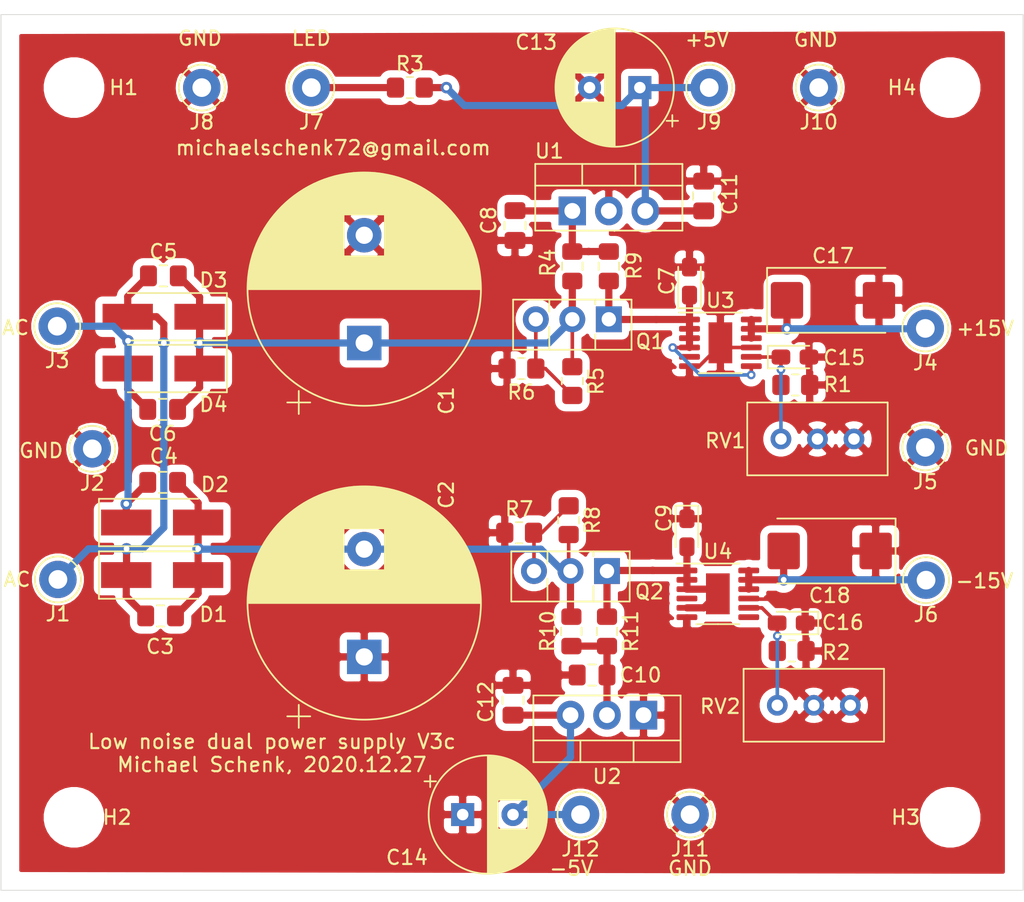
<source format=kicad_pcb>
(kicad_pcb (version 20171130) (host pcbnew "(5.1.8-0-10_14)")
  (layers (0 F.Cu signal) (31 B.Cu signal) (34 B.Paste user) (35 F.Paste user) (36 B.SilkS user) (37 F.SilkS user) (38 B.Mask user) (39 F.Mask user) (44 Edge.Cuts user))
  (net 0 "")
  (net 1 GND)
  (net 2 "Net-(C1-Pad1)")
  (net 3 "Net-(C4-Pad2)")
  (net 4 "Net-(Q1-Pad3)")
  (net 5 "Net-(Q2-Pad3)")
  (net 6 "Net-(C10-Pad2)")
  (net 7 "Net-(C11-Pad1)")
  (net 8 "Net-(C12-Pad2)")
  (net 9 "Net-(J7-Pad1)")
  (net 10 "Net-(C8-Pad1)")
  (net 11 "Net-(C2-Pad2)")
  (net 12 "Net-(C7-Pad1)")
  (net 13 "Net-(C9-Pad2)")
  (net 14 "Net-(C15-Pad1)")
  (net 15 "Net-(C16-Pad2)")
  (net 16 "Net-(C17-Pad1)")
  (net 17 "Net-(C18-Pad2)")
  (net 18 "Net-(C3-Pad1)")
  (module Capacitor_Tantalum_SMD:CP_EIA-7343-31_Kemet-D_Pad2.25x2.55mm_HandSolder (layer F.Cu) (at 137.6676 65.278 180)
    (fp_text reference C18 (at 0 -3.1) (layer F.SilkS))
    (fp_text value 47uF)
    (pad 2 smd roundrect (at 3.2 0 180) (size 2.25 2.55) (layers F.Cu F.Paste F.Mask) (roundrect_rratio 0.111111) (net 17 "Net-(C18-Pad2)"))
    (pad 1 smd roundrect (at -3.2 0 180) (size 2.25 2.55) (layers F.Cu F.Paste F.Mask) (roundrect_rratio 0.111111) (net 1 GND))
  )
  (module Capacitor_Tantalum_SMD:CP_EIA-7343-31_Kemet-D_Pad2.25x2.55mm_HandSolder (layer F.Cu) (at 137.8962 47.8282)
    (fp_text reference C17 (at 0 -3.1) (layer F.SilkS))
    (fp_text value 47uF)
    (pad 2 smd roundrect (at 3.2 0) (size 2.25 2.55) (layers F.Cu F.Paste F.Mask) (roundrect_rratio 0.111111) (net 1 GND))
    (pad 1 smd roundrect (at -3.2 0) (size 2.25 2.55) (layers F.Cu F.Paste F.Mask) (roundrect_rratio 0.111111) (net 16 "Net-(C17-Pad1)"))
  )
  (module Package_TO_SOT_THT:TO-220-3_Vertical (layer F.Cu) (at 124.714 76.708 180)
    (fp_text reference U2 (at 2.54 -4.27) (layer F.SilkS))
    (fp_text value LM7905_TO220)
    (pad 3 thru_hole oval (at 5.08 0 180) (size 1.905 2) (drill 1.1) (layers *.Cu *.Mask) (net 8 "Net-(C12-Pad2)"))
    (pad 2 thru_hole oval (at 2.54 0 180) (size 1.905 2) (drill 1.1) (layers *.Cu *.Mask) (net 6 "Net-(C10-Pad2)"))
    (pad 1 thru_hole rect (at 0 0 180) (size 1.905 2) (drill 1.1) (layers *.Cu *.Mask) (net 1 GND))
  )
  (module Package_TO_SOT_THT:TO-220-3_Vertical (layer F.Cu) (at 119.761 41.6052)
    (fp_text reference U1 (at -1.6002 -4.1656) (layer F.SilkS))
    (fp_text value LM7805_TO220)
    (pad 3 thru_hole oval (at 5.08 0) (size 1.905 2) (drill 1.1) (layers *.Cu *.Mask) (net 7 "Net-(C11-Pad1)"))
    (pad 2 thru_hole oval (at 2.54 0) (size 1.905 2) (drill 1.1) (layers *.Cu *.Mask) (net 1 GND))
    (pad 1 thru_hole rect (at 0 0) (size 1.905 2) (drill 1.1) (layers *.Cu *.Mask) (net 10 "Net-(C8-Pad1)"))
  )
  (module Diode_SMD:D_SMA_Handsoldering (layer F.Cu) (at 91.3276 52.578 180)
    (fp_text reference D4 (at -3.4652 -2.5) (layer F.SilkS))
    (fp_text value BYG20D)
    (pad 2 smd rect (at 2.5 0 180) (size 3.5 1.8) (layers F.Cu F.Paste F.Mask) (net 3 "Net-(C4-Pad2)"))
    (pad 1 smd rect (at -2.5 0 180) (size 3.5 1.8) (layers F.Cu F.Paste F.Mask) (net 2 "Net-(C1-Pad1)"))
  )
  (module Diode_SMD:D_SMA_Handsoldering (layer F.Cu) (at 91.3276 48.9712 180)
    (fp_text reference D3 (at -3.4652 2.54) (layer F.SilkS))
    (fp_text value BYG20D)
    (pad 2 smd rect (at 2.5 0 180) (size 3.5 1.8) (layers F.Cu F.Paste F.Mask) (net 18 "Net-(C3-Pad1)"))
    (pad 1 smd rect (at -2.5 0 180) (size 3.5 1.8) (layers F.Cu F.Paste F.Mask) (net 2 "Net-(C1-Pad1)"))
  )
  (module Diode_SMD:D_SMA_Handsoldering (layer F.Cu) (at 91.226 63.2968)
    (fp_text reference D2 (at 3.6684 -2.6416) (layer F.SilkS))
    (fp_text value BYG20D)
    (pad 2 smd rect (at 2.5 0) (size 3.5 1.8) (layers F.Cu F.Paste F.Mask) (net 11 "Net-(C2-Pad2)"))
    (pad 1 smd rect (at -2.5 0) (size 3.5 1.8) (layers F.Cu F.Paste F.Mask) (net 3 "Net-(C4-Pad2)"))
  )
  (module Diode_SMD:D_SMA_Handsoldering (layer F.Cu) (at 91.226 66.9544)
    (fp_text reference D1 (at 3.5668 2.7432) (layer F.SilkS))
    (fp_text value BYG20D)
    (pad 2 smd rect (at 2.5 0) (size 3.5 1.8) (layers F.Cu F.Paste F.Mask) (net 11 "Net-(C2-Pad2)"))
    (pad 1 smd rect (at -2.5 0) (size 3.5 1.8) (layers F.Cu F.Paste F.Mask) (net 18 "Net-(C3-Pad1)"))
  )
  (module Capacitor_Tantalum_SMD:CP_EIA-2012-12_Kemet-R_Pad1.30x1.05mm_HandSolder (layer F.Cu) (at 134.9854 70.2945 180)
    (fp_text reference C16 (at -3.597 0.0381) (layer F.SilkS))
    (fp_text value 4.7uF)
    (pad 2 smd roundrect (at 0.975 0 180) (size 1.3 1.05) (layers F.Cu F.Paste F.Mask) (roundrect_rratio 0.238095) (net 15 "Net-(C16-Pad2)"))
    (pad 1 smd roundrect (at -0.975 0 180) (size 1.3 1.05) (layers F.Cu F.Paste F.Mask) (roundrect_rratio 0.238095) (net 1 GND))
  )
  (module Capacitor_Tantalum_SMD:CP_EIA-2012-12_Kemet-R_Pad1.30x1.05mm_HandSolder (layer F.Cu) (at 135.2521 51.7779)
    (fp_text reference C15 (at 3.4319 0.0381) (layer F.SilkS))
    (fp_text value 4.7uF)
    (pad 2 smd roundrect (at 0.975 0) (size 1.3 1.05) (layers F.Cu F.Paste F.Mask) (roundrect_rratio 0.238095) (net 1 GND))
    (pad 1 smd roundrect (at -0.975 0) (size 1.3 1.05) (layers F.Cu F.Paste F.Mask) (roundrect_rratio 0.238095) (net 14 "Net-(C15-Pad1)"))
  )
  (module Capacitor_Tantalum_SMD:CP_EIA-2012-12_Kemet-R_Pad1.30x1.05mm_HandSolder (layer F.Cu) (at 127.7366 64.008 270)
    (fp_text reference C9 (at -1.016 1.6002 90) (layer F.SilkS))
    (fp_text value 4.7uF)
    (pad 2 smd roundrect (at 0.975 0 270) (size 1.3 1.05) (layers F.Cu F.Paste F.Mask) (roundrect_rratio 0.238095) (net 13 "Net-(C9-Pad2)"))
    (pad 1 smd roundrect (at -0.975 0 270) (size 1.3 1.05) (layers F.Cu F.Paste F.Mask) (roundrect_rratio 0.238095) (net 1 GND))
  )
  (module Capacitor_Tantalum_SMD:CP_EIA-2012-12_Kemet-R_Pad1.30x1.05mm_HandSolder (layer F.Cu) (at 127.9144 46.4918 90)
    (fp_text reference C7 (at 0 -1.58 90) (layer F.SilkS))
    (fp_text value 4.7uF)
    (pad 2 smd roundrect (at 0.975 0 90) (size 1.3 1.05) (layers F.Cu F.Paste F.Mask) (roundrect_rratio 0.238095) (net 1 GND))
    (pad 1 smd roundrect (at -0.975 0 90) (size 1.3 1.05) (layers F.Cu F.Paste F.Mask) (roundrect_rratio 0.238095) (net 12 "Net-(C7-Pad1)"))
  )
  (module Capacitor_SMD:C_0805_2012Metric_Pad1.18x1.45mm_HandSolder (layer F.Cu) (at 91.2583 55.4228 180)
    (fp_text reference C6 (at 0 -1.68) (layer F.SilkS))
    (fp_text value 10nF)
    (pad 2 smd roundrect (at 1.0375 0 180) (size 1.175 1.45) (layers F.Cu F.Paste F.Mask) (roundrect_rratio 0.212766) (net 3 "Net-(C4-Pad2)"))
    (pad 1 smd roundrect (at -1.0375 0 180) (size 1.175 1.45) (layers F.Cu F.Paste F.Mask) (roundrect_rratio 0.212766) (net 2 "Net-(C1-Pad1)"))
  )
  (module Capacitor_SMD:C_0805_2012Metric_Pad1.18x1.45mm_HandSolder (layer F.Cu) (at 91.3091 46.1264)
    (fp_text reference C5 (at 0 -1.68) (layer F.SilkS))
    (fp_text value 10nF)
    (pad 2 smd roundrect (at 1.0375 0) (size 1.175 1.45) (layers F.Cu F.Paste F.Mask) (roundrect_rratio 0.212766) (net 2 "Net-(C1-Pad1)"))
    (pad 1 smd roundrect (at -1.0375 0) (size 1.175 1.45) (layers F.Cu F.Paste F.Mask) (roundrect_rratio 0.212766) (net 18 "Net-(C3-Pad1)"))
  )
  (module Capacitor_SMD:C_0805_2012Metric_Pad1.18x1.45mm_HandSolder (layer F.Cu) (at 91.2583 60.5028 180)
    (fp_text reference C4 (at -0.0801 1.8288) (layer F.SilkS))
    (fp_text value 10nF)
    (pad 2 smd roundrect (at 1.0375 0 180) (size 1.175 1.45) (layers F.Cu F.Paste F.Mask) (roundrect_rratio 0.212766) (net 3 "Net-(C4-Pad2)"))
    (pad 1 smd roundrect (at -1.0375 0 180) (size 1.175 1.45) (layers F.Cu F.Paste F.Mask) (roundrect_rratio 0.212766) (net 11 "Net-(C2-Pad2)"))
  )
  (module Capacitor_SMD:C_0805_2012Metric_Pad1.18x1.45mm_HandSolder (layer F.Cu) (at 91.1137 69.7992)
    (fp_text reference C3 (at -0.0293 2.1336) (layer F.SilkS))
    (fp_text value 10nF)
    (pad 2 smd roundrect (at 1.0375 0) (size 1.175 1.45) (layers F.Cu F.Paste F.Mask) (roundrect_rratio 0.212766) (net 11 "Net-(C2-Pad2)"))
    (pad 1 smd roundrect (at -1.0375 0) (size 1.175 1.45) (layers F.Cu F.Paste F.Mask) (roundrect_rratio 0.212766) (net 18 "Net-(C3-Pad1)"))
  )
  (module Package_SO:MSOP-12-1EP_3x4mm_P0.65mm_EP1.65x2.85mm (layer F.Cu) (at 129.8866 68.2619)
    (fp_text reference U4 (at 0 -2.95) (layer F.SilkS))
    (fp_text value LT3094xMSE)
    (pad 13 smd rect (at 0 0) (size 1.65 2.85) (layers F.Cu F.Mask) (net 13 "Net-(C9-Pad2)"))
    (pad 12 smd roundrect (at 2.15 -1.625) (size 1.45 0.4) (layers F.Cu F.Paste F.Mask) (net 17 "Net-(C18-Pad2)"))
    (pad 11 smd roundrect (at 2.15 -0.975) (size 1.45 0.4) (layers F.Cu F.Paste F.Mask) (net 17 "Net-(C18-Pad2)"))
    (pad 10 smd roundrect (at 2.15 -0.325) (size 1.45 0.4) (layers F.Cu F.Paste F.Mask) (net 17 "Net-(C18-Pad2)"))
    (pad 9 smd roundrect (at 2.15 0.325) (size 1.45 0.4) (layers F.Cu F.Paste F.Mask) (net 1 GND))
    (pad 8 smd roundrect (at 2.15 0.975) (size 1.45 0.4) (layers F.Cu F.Paste F.Mask) (net 15 "Net-(C16-Pad2)"))
    (pad 7 smd roundrect (at 2.15 1.625) (size 1.45 0.4) (layers F.Cu F.Paste F.Mask))
    (pad 6 smd roundrect (at -2.15 1.625) (size 1.45 0.4) (layers F.Cu F.Paste F.Mask) (net 1 GND))
    (pad 5 smd roundrect (at -2.15 0.975) (size 1.45 0.4) (layers F.Cu F.Paste F.Mask) (net 13 "Net-(C9-Pad2)"))
    (pad 4 smd roundrect (at -2.15 0.325) (size 1.45 0.4) (layers F.Cu F.Paste F.Mask))
    (pad 3 smd roundrect (at -2.15 -0.325) (size 1.45 0.4) (layers F.Cu F.Paste F.Mask) (net 13 "Net-(C9-Pad2)"))
    (pad 2 smd roundrect (at -2.15 -0.975) (size 1.45 0.4) (layers F.Cu F.Paste F.Mask) (net 13 "Net-(C9-Pad2)"))
    (pad 1 smd roundrect (at -2.15 -1.625) (size 1.45 0.4) (layers F.Cu F.Paste F.Mask) (net 13 "Net-(C9-Pad2)"))
  )
  (module Capacitor_THT:CP_Radial_D8.0mm_P3.50mm (layer F.Cu) (at 124.46 33.02 180)
    (fp_text reference C13 (at 7.2136 3.1496) (layer F.SilkS))
    (fp_text value 100uF)
    (pad 2 thru_hole circle (at 3.5 0 180) (size 1.6 1.6) (drill 0.8) (layers *.Cu *.Mask) (net 1 GND))
    (pad 1 thru_hole rect (at 0 0 180) (size 1.6 1.6) (drill 0.8) (layers *.Cu *.Mask) (net 7 "Net-(C11-Pad1)"))
  )
  (module Resistor_SMD:R_0805_2012Metric_Pad1.15x1.40mm_HandSolder (layer F.Cu) (at 122.174 70.875 270)
    (fp_text reference R11 (at 0 -1.65 90) (layer F.SilkS))
    (fp_text value 0R)
    (pad 2 smd roundrect (at 1.025 0 270) (size 1.15 1.4) (layers F.Cu F.Paste F.Mask) (roundrect_rratio 0.2173904347826087) (net 6 "Net-(C10-Pad2)"))
    (pad 1 smd roundrect (at -1.025 0 270) (size 1.15 1.4) (layers F.Cu F.Paste F.Mask) (roundrect_rratio 0.2173904347826087) (net 13 "Net-(C9-Pad2)"))
  )
  (module Resistor_SMD:R_0805_2012Metric_Pad1.15x1.40mm_HandSolder (layer F.Cu) (at 119.6975 70.875 270)
    (fp_text reference R10 (at -0.009 1.6383 90) (layer F.SilkS))
    (fp_text value 0R)
    (pad 2 smd roundrect (at 1.025 0 270) (size 1.15 1.4) (layers F.Cu F.Paste F.Mask) (roundrect_rratio 0.2173904347826087) (net 6 "Net-(C10-Pad2)"))
    (pad 1 smd roundrect (at -1.025 0 270) (size 1.15 1.4) (layers F.Cu F.Paste F.Mask) (roundrect_rratio 0.2173904347826087) (net 11 "Net-(C2-Pad2)"))
  )
  (module Resistor_SMD:R_0805_2012Metric_Pad1.15x1.40mm_HandSolder (layer F.Cu) (at 122.301 45.457 270)
    (fp_text reference R9 (at -0.0418 -1.7526 90) (layer F.SilkS))
    (fp_text value 0R)
    (pad 2 smd roundrect (at 1.025 0 270) (size 1.15 1.4) (layers F.Cu F.Paste F.Mask) (roundrect_rratio 0.2173904347826087) (net 12 "Net-(C7-Pad1)"))
    (pad 1 smd roundrect (at -1.025 0 270) (size 1.15 1.4) (layers F.Cu F.Paste F.Mask) (roundrect_rratio 0.2173904347826087) (net 10 "Net-(C8-Pad1)"))
  )
  (module Resistor_SMD:R_0805_2012Metric_Pad1.15x1.40mm_HandSolder (layer F.Cu) (at 119.761 45.457 270)
    (fp_text reference R4 (at -0.245 1.7018 90) (layer F.SilkS))
    (fp_text value 0R)
    (pad 2 smd roundrect (at 1.025 0 270) (size 1.15 1.4) (layers F.Cu F.Paste F.Mask) (roundrect_rratio 0.2173904347826087) (net 2 "Net-(C1-Pad1)"))
    (pad 1 smd roundrect (at -1.025 0 270) (size 1.15 1.4) (layers F.Cu F.Paste F.Mask) (roundrect_rratio 0.2173904347826087) (net 10 "Net-(C8-Pad1)"))
  )
  (module Capacitor_THT:CP_Radial_D8.0mm_P3.50mm (layer F.Cu) (at 112.1335 83.6295)
    (fp_text reference C14 (at -3.8787 2.9845) (layer F.SilkS))
    (fp_text value 100uF)
    (pad 2 thru_hole circle (at 3.5 0) (size 1.6 1.6) (drill 0.8) (layers *.Cu *.Mask) (net 8 "Net-(C12-Pad2)"))
    (pad 1 thru_hole rect (at 0 0) (size 1.6 1.6) (drill 0.8) (layers *.Cu *.Mask) (net 1 GND))
  )
  (module Capacitor_THT:CP_Radial_D16.0mm_P7.50mm (layer F.Cu) (at 105.283 72.651 90)
    (fp_text reference C2 (at 11.2846 5.715 90) (layer F.SilkS))
    (fp_text value 2200uF)
    (pad 2 thru_hole circle (at 7.5 0 90) (size 2.4 2.4) (drill 1.2) (layers *.Cu *.Mask) (net 11 "Net-(C2-Pad2)"))
    (pad 1 thru_hole rect (at 0 0 90) (size 2.4 2.4) (drill 1.2) (layers *.Cu *.Mask) (net 1 GND))
  )
  (module Capacitor_THT:CP_Radial_D16.0mm_P7.50mm (layer F.Cu) (at 105.283 50.8 90)
    (fp_text reference C1 (at -4.0132 5.715 90) (layer F.SilkS))
    (fp_text value 2200uF)
    (pad 2 thru_hole circle (at 7.5 0 90) (size 2.4 2.4) (drill 1.2) (layers *.Cu *.Mask) (net 1 GND))
    (pad 1 thru_hole rect (at 0 0 90) (size 2.4 2.4) (drill 1.2) (layers *.Cu *.Mask) (net 2 "Net-(C1-Pad1)"))
  )
  (module Resistor_SMD:R_0805_2012Metric_Pad1.20x1.40mm_HandSolder (layer F.Cu) (at 116.221 52.578 180)
    (fp_text reference R6 (at 0 -1.65) (layer F.SilkS))
    (fp_text value 21k)
    (pad 2 smd roundrect (at 1 0 180) (size 1.2 1.4) (layers F.Cu F.Paste F.Mask) (roundrect_rratio 0.2083325) (net 1 GND))
    (pad 1 smd roundrect (at -1 0 180) (size 1.2 1.4) (layers F.Cu F.Paste F.Mask) (roundrect_rratio 0.2083325) (net 4 "Net-(Q1-Pad3)"))
  )
  (module Resistor_SMD:R_0805_2012Metric_Pad1.20x1.40mm_HandSolder (layer F.Cu) (at 108.458 33.02)
    (fp_text reference R3 (at 0 -1.65) (layer F.SilkS))
    (fp_text value 240R)
    (pad 2 smd roundrect (at 1 0) (size 1.2 1.4) (layers F.Cu F.Paste F.Mask) (roundrect_rratio 0.2083325) (net 7 "Net-(C11-Pad1)"))
    (pad 1 smd roundrect (at -1 0) (size 1.2 1.4) (layers F.Cu F.Paste F.Mask) (roundrect_rratio 0.2083325) (net 9 "Net-(J7-Pad1)"))
  )
  (module Connector_Pin:Pin_D1.3mm_L11.0mm (layer F.Cu) (at 120.3325 83.6295)
    (fp_text reference J12 (at 0 2.4) (layer F.SilkS))
    (fp_text value -5V)
    (pad 1 thru_hole circle (at 0 0) (size 2.6 2.6) (drill 1.3) (layers *.Cu *.Mask) (net 8 "Net-(C12-Pad2)"))
  )
  (module Connector_Pin:Pin_D1.3mm_L11.0mm (layer F.Cu) (at 127.9525 83.6295)
    (fp_text reference J11 (at 0 2.4) (layer F.SilkS))
    (fp_text value GND)
    (pad 1 thru_hole circle (at 0 0) (size 2.6 2.6) (drill 1.3) (layers *.Cu *.Mask) (net 1 GND))
  )
  (module Connector_Pin:Pin_D1.3mm_L11.0mm (layer F.Cu) (at 136.906 33.02)
    (fp_text reference J10 (at 0 2.4) (layer F.SilkS))
    (fp_text value GND)
    (pad 1 thru_hole circle (at 0 0) (size 2.6 2.6) (drill 1.3) (layers *.Cu *.Mask) (net 1 GND))
  )
  (module Connector_Pin:Pin_D1.3mm_L11.0mm (layer F.Cu) (at 129.286 33.02)
    (fp_text reference J9 (at 0 2.4) (layer F.SilkS))
    (fp_text value +5V)
    (pad 1 thru_hole circle (at 0 0) (size 2.6 2.6) (drill 1.3) (layers *.Cu *.Mask) (net 7 "Net-(C11-Pad1)"))
  )
  (module Connector_Pin:Pin_D1.3mm_L11.0mm (layer F.Cu) (at 93.98 33.02)
    (fp_text reference J8 (at 0 2.4) (layer F.SilkS))
    (fp_text value GND)
    (pad 1 thru_hole circle (at 0 0) (size 2.6 2.6) (drill 1.3) (layers *.Cu *.Mask) (net 1 GND))
  )
  (module Connector_Pin:Pin_D1.3mm_L11.0mm (layer F.Cu) (at 101.6 33.02)
    (fp_text reference J7 (at 0 2.4) (layer F.SilkS))
    (fp_text value LED)
    (pad 1 thru_hole circle (at 0 0) (size 2.6 2.6) (drill 1.3) (layers *.Cu *.Mask) (net 9 "Net-(J7-Pad1)"))
  )
  (module Capacitor_SMD:C_0805_2012Metric_Pad1.18x1.45mm_HandSolder (layer F.Cu) (at 115.6335 75.6705 270)
    (fp_text reference C12 (at 0.1231 1.8923 90) (layer F.SilkS))
    (fp_text value 100nF)
    (pad 2 smd roundrect (at 1.0375 0 270) (size 1.175 1.45) (layers F.Cu F.Paste F.Mask) (roundrect_rratio 0.2127659574468085) (net 8 "Net-(C12-Pad2)"))
    (pad 1 smd roundrect (at -1.0375 0 270) (size 1.175 1.45) (layers F.Cu F.Paste F.Mask) (roundrect_rratio 0.2127659574468085) (net 1 GND))
  )
  (module Capacitor_SMD:C_0805_2012Metric_Pad1.18x1.45mm_HandSolder (layer F.Cu) (at 128.905 40.5677 90)
    (fp_text reference C11 (at 0.1309 1.8034 90) (layer F.SilkS))
    (fp_text value 100nF)
    (pad 2 smd roundrect (at 1.0375 0 90) (size 1.175 1.45) (layers F.Cu F.Paste F.Mask) (roundrect_rratio 0.2127659574468085) (net 1 GND))
    (pad 1 smd roundrect (at -1.0375 0 90) (size 1.175 1.45) (layers F.Cu F.Paste F.Mask) (roundrect_rratio 0.2127659574468085) (net 7 "Net-(C11-Pad1)"))
  )
  (module Capacitor_SMD:C_0805_2012Metric_Pad1.18x1.45mm_HandSolder (layer F.Cu) (at 121.1365 73.914)
    (fp_text reference C10 (at 3.3743 0) (layer F.SilkS))
    (fp_text value 330nF)
    (pad 2 smd roundrect (at 1.0375 0) (size 1.175 1.45) (layers F.Cu F.Paste F.Mask) (roundrect_rratio 0.2127659574468085) (net 6 "Net-(C10-Pad2)"))
    (pad 1 smd roundrect (at -1.0375 0) (size 1.175 1.45) (layers F.Cu F.Paste F.Mask) (roundrect_rratio 0.2127659574468085) (net 1 GND))
  )
  (module Capacitor_SMD:C_0805_2012Metric_Pad1.18x1.45mm_HandSolder (layer F.Cu) (at 115.7732 42.6212 270)
    (fp_text reference C8 (at -0.3556 1.8288 90) (layer F.SilkS))
    (fp_text value 330nF)
    (pad 2 smd roundrect (at 1.0375 0 270) (size 1.175 1.45) (layers F.Cu F.Paste F.Mask) (roundrect_rratio 0.2127659574468085) (net 1 GND))
    (pad 1 smd roundrect (at -1.0375 0 270) (size 1.175 1.45) (layers F.Cu F.Paste F.Mask) (roundrect_rratio 0.2127659574468085) (net 10 "Net-(C8-Pad1)"))
  )
  (module Potentiometer_THT:Potentiometer_Bourns_3296W_Vertical (layer F.Cu) (at 134.0231 76.0222 180)
    (fp_text reference RV2 (at 3.9751 -0.0762) (layer F.SilkS))
    (fp_text value 200k)
    (pad 3 thru_hole circle (at -5.08 0 180) (size 1.44 1.44) (drill 0.8) (layers *.Cu *.Mask) (net 1 GND))
    (pad 2 thru_hole circle (at -2.54 0 180) (size 1.44 1.44) (drill 0.8) (layers *.Cu *.Mask) (net 1 GND))
    (pad 1 thru_hole circle (at 0 0 180) (size 1.44 1.44) (drill 0.8) (layers *.Cu *.Mask) (net 15 "Net-(C16-Pad2)"))
  )
  (module Resistor_SMD:R_0805_2012Metric_Pad1.20x1.40mm_HandSolder (layer F.Cu) (at 135.0231 72.2376 180)
    (fp_text reference R2 (at -3.1021 -0.1016) (layer F.SilkS))
    (fp_text value 150k)
    (pad 2 smd roundrect (at 1 0 180) (size 1.2 1.4) (layers F.Cu F.Paste F.Mask) (roundrect_rratio 0.2083325) (net 15 "Net-(C16-Pad2)"))
    (pad 1 smd roundrect (at -1 0 180) (size 1.2 1.4) (layers F.Cu F.Paste F.Mask) (roundrect_rratio 0.2083325) (net 1 GND))
  )
  (module Package_SO:MSOP-12-1EP_3x4mm_P0.65mm_EP1.65x2.85mm (layer F.Cu) (at 130.0644 50.7879)
    (fp_text reference U3 (at 0 -2.95) (layer F.SilkS))
    (fp_text value LT3045xMSE)
    (pad 13 smd rect (at 0 0) (size 1.65 2.85) (layers F.Cu F.Mask) (net 1 GND))
    (pad 12 smd roundrect (at 2.15 -1.625) (size 1.45 0.4) (layers F.Cu F.Paste F.Mask) (net 16 "Net-(C17-Pad1)"))
    (pad 11 smd roundrect (at 2.15 -0.975) (size 1.45 0.4) (layers F.Cu F.Paste F.Mask) (net 16 "Net-(C17-Pad1)"))
    (pad 10 smd roundrect (at 2.15 -0.325) (size 1.45 0.4) (layers F.Cu F.Paste F.Mask) (net 16 "Net-(C17-Pad1)"))
    (pad 9 smd roundrect (at 2.15 0.325) (size 1.45 0.4) (layers F.Cu F.Paste F.Mask) (net 1 GND))
    (pad 8 smd roundrect (at 2.15 0.975) (size 1.45 0.4) (layers F.Cu F.Paste F.Mask) (net 14 "Net-(C15-Pad1)"))
    (pad 7 smd roundrect (at 2.15 1.625) (size 1.45 0.4) (layers F.Cu F.Paste F.Mask) (net 12 "Net-(C7-Pad1)"))
    (pad 6 smd roundrect (at -2.15 1.625) (size 1.45 0.4) (layers F.Cu F.Paste F.Mask) (net 1 GND))
    (pad 5 smd roundrect (at -2.15 0.975) (size 1.45 0.4) (layers F.Cu F.Paste F.Mask))
    (pad 4 smd roundrect (at -2.15 0.325) (size 1.45 0.4) (layers F.Cu F.Paste F.Mask) (net 12 "Net-(C7-Pad1)"))
    (pad 3 smd roundrect (at -2.15 -0.325) (size 1.45 0.4) (layers F.Cu F.Paste F.Mask) (net 12 "Net-(C7-Pad1)"))
    (pad 2 smd roundrect (at -2.15 -0.975) (size 1.45 0.4) (layers F.Cu F.Paste F.Mask) (net 12 "Net-(C7-Pad1)"))
    (pad 1 smd roundrect (at -2.15 -1.625) (size 1.45 0.4) (layers F.Cu F.Paste F.Mask) (net 12 "Net-(C7-Pad1)"))
  )
  (module Resistor_SMD:R_0805_2012Metric_Pad1.20x1.40mm_HandSolder (layer F.Cu) (at 119.507 63.135 270)
    (fp_text reference R8 (at 0 -1.65 90) (layer F.SilkS))
    (fp_text value 3.16k)
    (pad 2 smd roundrect (at 1 0 270) (size 1.2 1.4) (layers F.Cu F.Paste F.Mask) (roundrect_rratio 0.2083325) (net 11 "Net-(C2-Pad2)"))
    (pad 1 smd roundrect (at -1 0 270) (size 1.2 1.4) (layers F.Cu F.Paste F.Mask) (roundrect_rratio 0.2083325) (net 5 "Net-(Q2-Pad3)"))
  )
  (module Resistor_SMD:R_0805_2012Metric_Pad1.20x1.40mm_HandSolder (layer F.Cu) (at 116.062 64.008)
    (fp_text reference R7 (at 0 -1.65) (layer F.SilkS))
    (fp_text value 21k)
    (pad 2 smd roundrect (at 1 0) (size 1.2 1.4) (layers F.Cu F.Paste F.Mask) (roundrect_rratio 0.2083325) (net 5 "Net-(Q2-Pad3)"))
    (pad 1 smd roundrect (at -1 0) (size 1.2 1.4) (layers F.Cu F.Paste F.Mask) (roundrect_rratio 0.2083325) (net 1 GND))
  )
  (module Resistor_SMD:R_0805_2012Metric_Pad1.20x1.40mm_HandSolder (layer F.Cu) (at 119.761 53.451 270)
    (fp_text reference R5 (at 0 -1.65 90) (layer F.SilkS))
    (fp_text value 3.16k)
    (pad 2 smd roundrect (at 1 0 270) (size 1.2 1.4) (layers F.Cu F.Paste F.Mask) (roundrect_rratio 0.2083325) (net 4 "Net-(Q1-Pad3)"))
    (pad 1 smd roundrect (at -1 0 270) (size 1.2 1.4) (layers F.Cu F.Paste F.Mask) (roundrect_rratio 0.2083325) (net 2 "Net-(C1-Pad1)"))
  )
  (module Package_TO_SOT_THT:TO-126-3_Vertical (layer F.Cu) (at 122.174 66.675 180)
    (fp_text reference Q2 (at -2.9464 -1.4478) (layer F.SilkS))
    (fp_text value BD680)
    (pad 3 thru_hole oval (at 5.08 0 180) (size 1.8 1.8) (drill 1) (layers *.Cu *.Mask) (net 5 "Net-(Q2-Pad3)"))
    (pad 2 thru_hole oval (at 2.54 0 180) (size 1.8 1.8) (drill 1) (layers *.Cu *.Mask) (net 11 "Net-(C2-Pad2)"))
    (pad 1 thru_hole rect (at 0 0 180) (size 1.8 1.8) (drill 1) (layers *.Cu *.Mask) (net 13 "Net-(C9-Pad2)"))
  )
  (module Package_TO_SOT_THT:TO-126-3_Vertical (layer F.Cu) (at 122.301 49.149 180)
    (fp_text reference Q1 (at -2.8702 -1.5494) (layer F.SilkS))
    (fp_text value BD679)
    (pad 3 thru_hole oval (at 5.08 0 180) (size 1.8 1.8) (drill 1) (layers *.Cu *.Mask) (net 4 "Net-(Q1-Pad3)"))
    (pad 2 thru_hole oval (at 2.54 0 180) (size 1.8 1.8) (drill 1) (layers *.Cu *.Mask) (net 2 "Net-(C1-Pad1)"))
    (pad 1 thru_hole rect (at 0 0 180) (size 1.8 1.8) (drill 1) (layers *.Cu *.Mask) (net 12 "Net-(C7-Pad1)"))
  )
  (module Potentiometer_THT:Potentiometer_Bourns_3296W_Vertical (layer F.Cu) (at 134.2771 57.4802 180)
    (fp_text reference RV1 (at 3.8735 -0.127) (layer F.SilkS))
    (fp_text value 200k)
    (pad 3 thru_hole circle (at -5.08 0 180) (size 1.44 1.44) (drill 0.8) (layers *.Cu *.Mask) (net 1 GND))
    (pad 2 thru_hole circle (at -2.54 0 180) (size 1.44 1.44) (drill 0.8) (layers *.Cu *.Mask) (net 1 GND))
    (pad 1 thru_hole circle (at 0 0 180) (size 1.44 1.44) (drill 0.8) (layers *.Cu *.Mask) (net 14 "Net-(C15-Pad1)"))
  )
  (module Resistor_SMD:R_0805_2012Metric_Pad1.20x1.40mm_HandSolder (layer F.Cu) (at 135.2771 53.721)
    (fp_text reference R1 (at 2.9497 -0.0254) (layer F.SilkS))
    (fp_text value 150k)
    (pad 2 smd roundrect (at 1 0) (size 1.2 1.4) (layers F.Cu F.Paste F.Mask) (roundrect_rratio 0.2083325) (net 1 GND))
    (pad 1 smd roundrect (at -1 0) (size 1.2 1.4) (layers F.Cu F.Paste F.Mask) (roundrect_rratio 0.2083325) (net 14 "Net-(C15-Pad1)"))
  )
  (module Connector_Pin:Pin_D1.3mm_L11.0mm (layer F.Cu) (at 144.3736 67.31)
    (fp_text reference J6 (at 0 2.4) (layer F.SilkS))
    (fp_text value -15V)
    (pad 1 thru_hole circle (at 0 0) (size 2.6 2.6) (drill 1.3) (layers *.Cu *.Mask) (net 17 "Net-(C18-Pad2)"))
  )
  (module Connector_Pin:Pin_D1.3mm_L11.0mm (layer F.Cu) (at 144.3228 58.0644)
    (fp_text reference J5 (at 0 2.4) (layer F.SilkS))
    (fp_text value GND)
    (pad 1 thru_hole circle (at 0 0) (size 2.6 2.6) (drill 1.3) (layers *.Cu *.Mask) (net 1 GND))
  )
  (module Connector_Pin:Pin_D1.3mm_L11.0mm (layer F.Cu) (at 144.3228 49.784)
    (fp_text reference J4 (at 0 2.4) (layer F.SilkS))
    (fp_text value +15V)
    (pad 1 thru_hole circle (at 0 0) (size 2.6 2.6) (drill 1.3) (layers *.Cu *.Mask) (net 16 "Net-(C17-Pad1)"))
  )
  (module Connector_Pin:Pin_D1.3mm_L11.0mm (layer F.Cu) (at 83.9216 49.6316)
    (fp_text reference J3 (at 0 2.4) (layer F.SilkS))
    (fp_text value AC)
    (pad 1 thru_hole circle (at 0 0) (size 2.6 2.6) (drill 1.3) (layers *.Cu *.Mask) (net 3 "Net-(C4-Pad2)"))
  )
  (module Connector_Pin:Pin_D1.3mm_L11.0mm (layer F.Cu) (at 86.36 58.166)
    (fp_text reference J2 (at 0 2.4) (layer F.SilkS))
    (fp_text value GND)
    (pad 1 thru_hole circle (at 0 0) (size 2.6 2.6) (drill 1.3) (layers *.Cu *.Mask) (net 1 GND))
  )
  (module Connector_Pin:Pin_D1.3mm_L11.0mm (layer F.Cu) (at 83.9724 67.2592)
    (fp_text reference J1 (at 0 2.4) (layer F.SilkS))
    (fp_text value AC)
    (pad 1 thru_hole circle (at 0 0) (size 2.6 2.6) (drill 1.3) (layers *.Cu *.Mask) (net 18 "Net-(C3-Pad1)"))
  )
  (module MountingHole:MountingHole_3.2mm_M3 (layer F.Cu) (at 146.05 33.02)
    (fp_text reference H4 (at -3.3528 0) (layer F.SilkS))
    (fp_text value MountingHole)
    (pad 1 np_thru_hole circle (at 0 0) (size 3.2 3.2) (drill 3.2) (layers *.Cu *.Mask))
  )
  (module MountingHole:MountingHole_3.2mm_M3 (layer F.Cu) (at 146.05 83.82)
    (fp_text reference H3 (at -3.0988 0) (layer F.SilkS))
    (fp_text value MountingHole)
    (pad 1 np_thru_hole circle (at 0 0) (size 3.2 3.2) (drill 3.2) (layers *.Cu *.Mask))
  )
  (module MountingHole:MountingHole_3.2mm_M3 (layer F.Cu) (at 85.09 83.82)
    (fp_text reference H2 (at 2.9972 0) (layer F.SilkS))
    (fp_text value MountingHole)
    (pad 1 np_thru_hole circle (at 0 0) (size 3.2 3.2) (drill 3.2) (layers *.Cu *.Mask))
  )
  (module MountingHole:MountingHole_3.2mm_M3 (layer F.Cu) (at 85.09 33.02)
    (fp_text reference H1 (at 3.4544 0) (layer F.SilkS))
    (fp_text value MountingHole)
    (pad 1 np_thru_hole circle (at 0 0) (size 3.2 3.2) (drill 3.2) (layers *.Cu *.Mask))
  )
  (gr_text "Low noise dual power supply V3c\nMichael Schenk, 2020.12.27" (at 98.8568 79.3496) (layer F.SilkS) (effects (font (size 1 1))))
  (gr_text GND (at 136.7028 29.6672) (layer F.SilkS) (effects (font (size 1 1))))
  (gr_text +5V (at 129.1336 29.6672) (layer F.SilkS) (effects (font (size 1 1))))
  (gr_text -5V (at 119.6975 87.376) (layer F.SilkS) (effects (font (size 1 1))))
  (gr_text GND (at 127.9525 87.376) (layer F.SilkS) (effects (font (size 1 1))))
  (gr_text GND (at 93.853 29.591) (layer F.SilkS) (effects (font (size 1 1))))
  (gr_text LED (at 101.6 29.591) (layer F.SilkS) (effects (font (size 1 1))))
  (gr_line (start 80.01 27.94) (end 80.01 88.9) (layer Edge.Cuts) (width 0.05))
  (gr_line (start 151.13 27.94) (end 80.01 27.94) (layer Edge.Cuts) (width 0.05))
  (gr_line (start 151.13 88.9) (end 151.13 27.94) (layer Edge.Cuts) (width 0.05))
  (gr_line (start 80.01 88.9) (end 151.13 88.9) (layer Edge.Cuts) (width 0.05))
  (gr_text michaelschenk72@gmail.com (at 103.124 37.211) (layer F.SilkS) (effects (font (size 1 1))))
  (gr_text GND (at 82.804 58.293) (layer F.SilkS) (effects (font (size 1 1))))
  (gr_text AC (at 81.1276 67.2592) (layer F.SilkS) (effects (font (size 1 1))))
  (gr_text AC (at 81.026 49.7332) (layer F.SilkS) (effects (font (size 1 1))))
  (gr_text -15V (at 148.4376 67.3608) (layer F.SilkS) (effects (font (size 1 1))))
  (gr_text GND (at 148.59 58.1152) (layer F.SilkS) (effects (font (size 1 1))))
  (gr_text +15V (at 148.4884 49.784) (layer F.SilkS) (effects (font (size 1 1))))
  (segment (start 130.0644 50.9879) (end 130.0644 50.7879) (width 0.25) (layer F.Cu) (net 1))
  (segment (start 130.3894 51.1129) (end 130.0644 50.7879) (width 0.25) (layer F.Cu) (net 1))
  (segment (start 132.2144 51.1129) (end 130.3894 51.1129) (width 0.25) (layer F.Cu) (net 1))
  (segment (start 130.0644 50.938958) (end 130.0644 50.7879) (width 0.25) (layer F.Cu) (net 1))
  (segment (start 128.590458 52.4129) (end 130.0644 50.938958) (width 0.25) (layer F.Cu) (net 1))
  (segment (start 127.9144 52.4129) (end 128.590458 52.4129) (width 0.25) (layer F.Cu) (net 1))
  (segment (start 127.7112 69.96231) (end 127.7366 69.93691) (width 0.5) (layer F.Cu) (net 1))
  (segment (start 132.0805 68.6308) (end 132.0366 68.5869) (width 0.25) (layer F.Cu) (net 1))
  (segment (start 133.7564 68.6308) (end 132.0805 68.6308) (width 0.25) (layer F.Cu) (net 1))
  (segment (start 127.7112 71.0692) (end 127.7112 69.96231) (width 0.5) (layer F.Cu) (net 1))
  (segment (start 119.761 52.451) (end 119.761 49.149) (width 0.25) (layer F.Cu) (net 2))
  (segment (start 119.219002 49.149) (end 119.761 49.149) (width 0.5) (layer B.Cu) (net 2))
  (segment (start 119.761 46.482) (end 119.761 49.149) (width 0.5) (layer F.Cu) (net 2))
  (segment (start 118.11 50.8) (end 119.761 49.149) (width 0.5) (layer B.Cu) (net 2))
  (segment (start 105.283 50.8) (end 118.11 50.8) (width 0.5) (layer B.Cu) (net 2))
  (segment (start 93.8276 52.244) (end 93.7984 52.2732) (width 0.5) (layer F.Cu) (net 2))
  (segment (start 93.8276 47.6074) (end 92.3466 46.1264) (width 0.5) (layer F.Cu) (net 2))
  (segment (start 93.8276 48.9712) (end 93.8276 47.6074) (width 0.5) (layer F.Cu) (net 2))
  (segment (start 93.8276 53.891) (end 92.2958 55.4228) (width 0.5) (layer F.Cu) (net 2))
  (segment (start 93.8276 52.578) (end 93.8276 53.891) (width 0.5) (layer F.Cu) (net 2))
  (via (at 93.8276 50.8) (size 0.8) (drill 0.4) (layers F.Cu B.Cu) (net 2))
  (segment (start 105.283 50.8) (end 93.8276 50.8) (width 0.5) (layer B.Cu) (net 2))
  (segment (start 93.8276 50.8) (end 93.8276 48.9712) (width 0.5) (layer F.Cu) (net 2))
  (segment (start 93.8276 50.8) (end 93.8276 52.578) (width 0.5) (layer F.Cu) (net 2))
  (segment (start 88.726 61.9976) (end 90.2208 60.5028) (width 0.5) (layer F.Cu) (net 3))
  (segment (start 88.726 63.2968) (end 88.726 61.9976) (width 0.5) (layer F.Cu) (net 3))
  (segment (start 88.8276 54.0296) (end 90.2208 55.4228) (width 0.5) (layer F.Cu) (net 3))
  (segment (start 88.8276 52.578) (end 88.8276 54.0296) (width 0.5) (layer F.Cu) (net 3))
  (segment (start 87.8332 49.6316) (end 88.8492 50.6476) (width 0.5) (layer B.Cu) (net 3))
  (via (at 88.8492 50.6476) (size 0.8) (drill 0.4) (layers F.Cu B.Cu) (net 3))
  (segment (start 83.9216 49.6316) (end 87.8332 49.6316) (width 0.5) (layer B.Cu) (net 3))
  (segment (start 88.8492 52.5564) (end 88.8276 52.578) (width 0.5) (layer F.Cu) (net 3))
  (segment (start 88.8492 50.6476) (end 88.8492 52.5564) (width 0.5) (layer F.Cu) (net 3))
  (via (at 88.726 61.9976) (size 0.8) (drill 0.4) (layers F.Cu B.Cu) (net 3))
  (segment (start 88.8492 61.8744) (end 88.726 61.9976) (width 0.5) (layer B.Cu) (net 3))
  (segment (start 88.8492 50.6476) (end 88.8492 61.8744) (width 0.5) (layer B.Cu) (net 3))
  (segment (start 117.221 49.149) (end 117.221 52.578) (width 0.25) (layer F.Cu) (net 4))
  (segment (start 117.888 52.578) (end 119.761 54.451) (width 0.25) (layer F.Cu) (net 4))
  (segment (start 117.221 52.578) (end 117.888 52.578) (width 0.25) (layer F.Cu) (net 4))
  (segment (start 117.094 64.04) (end 117.062 64.008) (width 0.25) (layer F.Cu) (net 5))
  (segment (start 117.094 66.675) (end 117.094 64.04) (width 0.25) (layer F.Cu) (net 5))
  (segment (start 117.634 64.008) (end 119.507 62.135) (width 0.25) (layer F.Cu) (net 5))
  (segment (start 117.062 64.008) (end 117.634 64.008) (width 0.25) (layer F.Cu) (net 5))
  (segment (start 122.174 71.9) (end 119.6975 71.9) (width 0.5) (layer F.Cu) (net 6))
  (segment (start 122.174 71.9) (end 122.174 73.914) (width 0.5) (layer F.Cu) (net 6))
  (segment (start 122.174 73.914) (end 122.174 76.708) (width 0.5) (layer F.Cu) (net 6))
  (segment (start 109.475 33.037) (end 109.475 33.037) (width 0.5) (layer F.Cu) (net 7))
  (segment (start 109.475 33.037) (end 109.458 33.02) (width 0.5) (layer F.Cu) (net 7))
  (segment (start 129.253 32.987) (end 129.286 33.02) (width 0.5) (layer B.Cu) (net 7))
  (via (at 110.998 33.02) (size 0.8) (drill 0.4) (layers F.Cu B.Cu) (net 7))
  (segment (start 109.458 33.02) (end 110.998 33.02) (width 0.5) (layer F.Cu) (net 7))
  (segment (start 123.209999 34.270001) (end 124.46 33.02) (width 0.5) (layer B.Cu) (net 7))
  (segment (start 112.248001 34.270001) (end 123.209999 34.270001) (width 0.5) (layer B.Cu) (net 7))
  (segment (start 110.998 33.02) (end 112.248001 34.270001) (width 0.5) (layer B.Cu) (net 7))
  (segment (start 124.46 33.02) (end 129.286 33.02) (width 0.5) (layer B.Cu) (net 7))
  (segment (start 128.905 41.6052) (end 124.841 41.6052) (width 0.5) (layer F.Cu) (net 7))
  (segment (start 124.841 33.401) (end 124.46 33.02) (width 0.5) (layer B.Cu) (net 7))
  (segment (start 124.841 41.6052) (end 124.841 33.401) (width 0.5) (layer B.Cu) (net 7))
  (segment (start 119.634 76.708) (end 115.6335 76.708) (width 0.5) (layer F.Cu) (net 8))
  (segment (start 119.634 76.708) (end 119.634 79.629) (width 0.5) (layer B.Cu) (net 8))
  (segment (start 119.634 79.629) (end 115.6335 83.6295) (width 0.5) (layer B.Cu) (net 8))
  (segment (start 115.6335 83.6295) (end 120.3325 83.6295) (width 0.5) (layer B.Cu) (net 8))
  (segment (start 107.458 33.02) (end 101.6 33.02) (width 0.5) (layer F.Cu) (net 9))
  (segment (start 120.886 44.432) (end 119.761 44.432) (width 0.5) (layer F.Cu) (net 10))
  (segment (start 122.301 44.432) (end 120.886 44.432) (width 0.5) (layer F.Cu) (net 10))
  (segment (start 120.904 44.414) (end 120.886 44.432) (width 0.5) (layer F.Cu) (net 10))
  (segment (start 119.761 44.432) (end 119.761 41.6052) (width 0.5) (layer F.Cu) (net 10))
  (segment (start 115.7947 41.6052) (end 115.7732 41.5837) (width 0.5) (layer F.Cu) (net 10))
  (segment (start 119.761 41.6052) (end 115.7947 41.6052) (width 0.5) (layer F.Cu) (net 10))
  (segment (start 119.507 66.548) (end 119.634 66.675) (width 0.25) (layer F.Cu) (net 11))
  (segment (start 119.507 64.135) (end 119.507 66.548) (width 0.25) (layer F.Cu) (net 11))
  (segment (start 119.634 69.7865) (end 119.6975 69.85) (width 0.5) (layer F.Cu) (net 11))
  (segment (start 119.634 66.675) (end 119.634 69.7865) (width 0.5) (layer F.Cu) (net 11))
  (segment (start 119.092002 66.675) (end 119.634 66.675) (width 0.5) (layer B.Cu) (net 11))
  (segment (start 117.568002 65.151) (end 119.092002 66.675) (width 0.5) (layer B.Cu) (net 11))
  (segment (start 105.283 65.151) (end 117.568002 65.151) (width 0.5) (layer B.Cu) (net 11))
  (segment (start 93.726 68.2244) (end 92.1512 69.7992) (width 0.5) (layer F.Cu) (net 11))
  (segment (start 93.726 66.9544) (end 93.726 68.2244) (width 0.5) (layer F.Cu) (net 11))
  (segment (start 93.726 61.933) (end 92.2958 60.5028) (width 0.5) (layer F.Cu) (net 11))
  (segment (start 93.726 63.2968) (end 93.726 61.933) (width 0.5) (layer F.Cu) (net 11))
  (via (at 93.726 65.1256) (size 0.8) (drill 0.4) (layers F.Cu B.Cu) (net 11))
  (segment (start 93.7514 65.151) (end 93.726 65.1256) (width 0.5) (layer B.Cu) (net 11))
  (segment (start 105.283 65.151) (end 93.7514 65.151) (width 0.5) (layer B.Cu) (net 11))
  (segment (start 93.726 65.1256) (end 93.726 63.2968) (width 0.5) (layer F.Cu) (net 11))
  (segment (start 93.726 65.1256) (end 93.726 66.9544) (width 0.5) (layer F.Cu) (net 11))
  (segment (start 125.6038 49.1629) (end 125.603 49.1621) (width 0.25) (layer F.Cu) (net 12))
  (via (at 132.207 53.0225) (size 0.6) (drill 0.3) (layers F.Cu B.Cu) (net 12))
  (segment (start 132.2144 53.0151) (end 132.207 53.0225) (width 0.25) (layer F.Cu) (net 12))
  (segment (start 132.2144 52.4129) (end 132.2144 53.0151) (width 0.25) (layer F.Cu) (net 12))
  (segment (start 127.826994 51.200306) (end 127.9144 51.1129) (width 0.25) (layer F.Cu) (net 12))
  (via (at 126.746 51.1175) (size 0.6) (drill 0.3) (layers F.Cu B.Cu) (net 12))
  (segment (start 128.651 53.0225) (end 126.746 51.1175) (width 0.25) (layer B.Cu) (net 12))
  (segment (start 132.207 53.0225) (end 128.651 53.0225) (width 0.25) (layer B.Cu) (net 12))
  (segment (start 127.9098 51.1175) (end 127.9144 51.1129) (width 0.25) (layer F.Cu) (net 12))
  (segment (start 126.746 51.1175) (end 127.9098 51.1175) (width 0.25) (layer F.Cu) (net 12))
  (segment (start 127.9136 49.1621) (end 127.9144 49.1629) (width 0.5) (layer F.Cu) (net 12))
  (segment (start 125.603 49.1621) (end 127.9136 49.1621) (width 0.5) (layer F.Cu) (net 12))
  (segment (start 127.9144 49.1629) (end 127.9144 51.1129) (width 0.5) (layer F.Cu) (net 12))
  (segment (start 122.3141 49.1621) (end 122.301 49.149) (width 0.5) (layer F.Cu) (net 12))
  (segment (start 125.603 49.1621) (end 122.3141 49.1621) (width 0.5) (layer F.Cu) (net 12))
  (segment (start 122.301 46.482) (end 122.301 49.149) (width 0.5) (layer F.Cu) (net 12))
  (segment (start 127.9144 49.1629) (end 127.9144 47.4668) (width 0.5) (layer F.Cu) (net 12))
  (segment (start 125.349 66.6115) (end 125.3744 66.6369) (width 0.5) (layer F.Cu) (net 13))
  (segment (start 125.3744 66.6369) (end 127.7366 66.6369) (width 0.5) (layer F.Cu) (net 13))
  (segment (start 127.7366 66.6369) (end 127.7366 67.9369) (width 0.5) (layer F.Cu) (net 13))
  (segment (start 129.56159 67.93689) (end 127.7366 67.93689) (width 0.5) (layer F.Cu) (net 13))
  (segment (start 129.8866 68.2619) (end 129.56159 67.93689) (width 0.5) (layer F.Cu) (net 13))
  (segment (start 128.9116 69.2369) (end 129.8866 68.2619) (width 0.5) (layer F.Cu) (net 13))
  (segment (start 127.7366 69.2369) (end 128.9116 69.2369) (width 0.5) (layer F.Cu) (net 13))
  (segment (start 122.2121 66.6369) (end 122.174 66.675) (width 0.5) (layer F.Cu) (net 13))
  (segment (start 125.3744 66.6369) (end 122.2121 66.6369) (width 0.5) (layer F.Cu) (net 13))
  (segment (start 122.174 66.675) (end 122.174 69.85) (width 0.5) (layer F.Cu) (net 13))
  (segment (start 127.7366 66.6369) (end 127.7366 64.983) (width 0.5) (layer F.Cu) (net 13))
  (via (at 134.2771 52.6542) (size 0.6) (drill 0.3) (layers F.Cu B.Cu) (net 14))
  (segment (start 134.2771 57.4802) (end 134.2771 52.6542) (width 0.25) (layer B.Cu) (net 14))
  (segment (start 134.2771 52.6542) (end 134.2771 51.7779) (width 0.25) (layer F.Cu) (net 14))
  (segment (start 132.2294 51.7779) (end 132.2144 51.7629) (width 0.25) (layer F.Cu) (net 14))
  (segment (start 134.2771 51.7779) (end 132.2294 51.7779) (width 0.25) (layer F.Cu) (net 14))
  (segment (start 134.2771 52.6542) (end 134.2771 53.721) (width 0.25) (layer F.Cu) (net 14))
  (segment (start 132.9528 69.2369) (end 132.0366 69.2369) (width 0.25) (layer F.Cu) (net 15))
  (segment (start 134.0104 70.2945) (end 132.9528 69.2369) (width 0.25) (layer F.Cu) (net 15))
  (via (at 134.0231 71.1962) (size 0.6) (drill 0.3) (layers F.Cu B.Cu) (net 15))
  (segment (start 134.0231 76.0222) (end 134.0231 71.1962) (width 0.25) (layer B.Cu) (net 15))
  (segment (start 134.0231 70.3072) (end 134.0104 70.2945) (width 0.25) (layer F.Cu) (net 15))
  (segment (start 134.0231 71.1962) (end 134.0231 70.3072) (width 0.25) (layer F.Cu) (net 15))
  (segment (start 134.0231 71.1962) (end 134.0231 72.2376) (width 0.25) (layer F.Cu) (net 15))
  (segment (start 132.2144 49.1629) (end 132.2144 50.4629) (width 0.5) (layer F.Cu) (net 16))
  (via (at 134.6962 49.8094) (size 0.8) (drill 0.4) (layers F.Cu B.Cu) (net 16))
  (segment (start 134.6927 49.8129) (end 134.6962 49.8094) (width 0.5) (layer F.Cu) (net 16))
  (segment (start 132.2144 49.8129) (end 134.6927 49.8129) (width 0.5) (layer F.Cu) (net 16))
  (segment (start 144.2974 49.8094) (end 144.3228 49.784) (width 0.5) (layer B.Cu) (net 16))
  (segment (start 134.6962 49.8094) (end 144.2974 49.8094) (width 0.5) (layer B.Cu) (net 16))
  (segment (start 134.6962 49.8094) (end 134.6962 47.8282) (width 0.5) (layer F.Cu) (net 16))
  (segment (start 132.0385 67.285) (end 132.0366 67.2869) (width 0.5) (layer F.Cu) (net 17))
  (segment (start 132.0366 66.6369) (end 132.0366 67.9369) (width 0.5) (layer F.Cu) (net 17))
  (via (at 134.4676 67.2846) (size 0.8) (drill 0.4) (layers F.Cu B.Cu) (net 17))
  (segment (start 134.4653 67.2869) (end 134.4676 67.2846) (width 0.5) (layer F.Cu) (net 17))
  (segment (start 132.0366 67.2869) (end 134.4653 67.2869) (width 0.5) (layer F.Cu) (net 17))
  (segment (start 144.3482 67.2846) (end 144.3736 67.31) (width 0.5) (layer B.Cu) (net 17))
  (segment (start 134.4676 67.2846) (end 144.3482 67.2846) (width 0.5) (layer B.Cu) (net 17))
  (segment (start 134.4676 67.2846) (end 134.4676 65.278) (width 0.5) (layer F.Cu) (net 17))
  (segment (start 88.726 68.449) (end 90.0762 69.7992) (width 0.5) (layer F.Cu) (net 18))
  (segment (start 88.726 66.9544) (end 88.726 68.449) (width 0.5) (layer F.Cu) (net 18))
  (segment (start 88.8276 47.5704) (end 90.2716 46.1264) (width 0.5) (layer F.Cu) (net 18))
  (segment (start 88.8276 48.9712) (end 88.8276 47.5704) (width 0.5) (layer F.Cu) (net 18))
  (segment (start 83.9724 67.2592) (end 86.106 65.1256) (width 0.5) (layer B.Cu) (net 18))
  (via (at 88.7476 65.1256) (size 0.8) (drill 0.4) (layers F.Cu B.Cu) (net 18))
  (segment (start 86.106 65.1256) (end 88.7476 65.1256) (width 0.5) (layer B.Cu) (net 18))
  (segment (start 88.7476 66.9328) (end 88.726 66.9544) (width 0.5) (layer F.Cu) (net 18))
  (segment (start 88.7476 65.1256) (end 88.7476 66.9328) (width 0.5) (layer F.Cu) (net 18))
  (segment (start 88.7476 65.1256) (end 89.8652 65.1256) (width 0.5) (layer B.Cu) (net 18))
  (via (at 91.3384 50.8) (size 0.8) (drill 0.4) (layers F.Cu B.Cu) (net 18))
  (segment (start 91.3384 63.6524) (end 91.3384 50.8) (width 0.5) (layer B.Cu) (net 18))
  (segment (start 89.8652 65.1256) (end 91.3384 63.6524) (width 0.5) (layer B.Cu) (net 18))
  (segment (start 91.3384 50.8) (end 91.3384 49.4792) (width 0.5) (layer F.Cu) (net 18))
  (segment (start 90.8304 48.9712) (end 88.8276 48.9712) (width 0.5) (layer F.Cu) (net 18))
  (segment (start 91.3384 49.4792) (end 90.8304 48.9712) (width 0.5) (layer F.Cu) (net 18))
  (zone (net 1) (net_name GND) (layer F.Cu) (connect_pads (clearance 0.508)) (min_thickness 0.254) (fill yes (arc_segments 32) (thermal_gap 0.508) (thermal_bridge_width 0.508))
    (polygon (pts (xy 149.86 87.749063) (xy 81.28 87.63) (xy 81.28 29.289375) (xy 149.86 29.090938)))
  )
)
</source>
